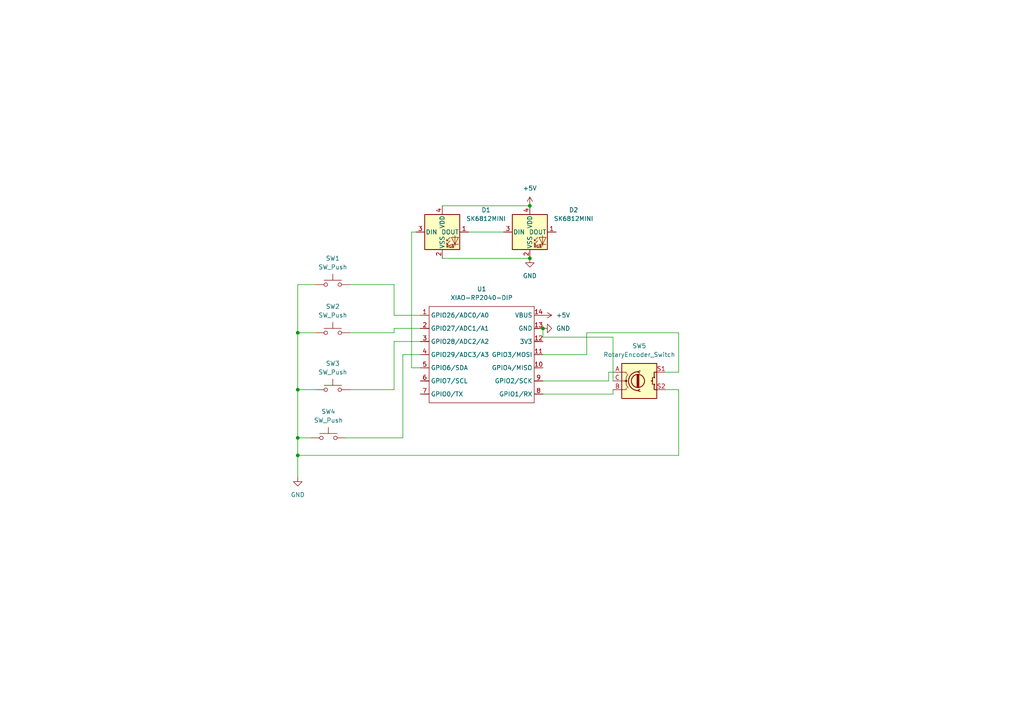
<source format=kicad_sch>
(kicad_sch (version 20250114) (generator "eeschema") (generator_version "9.0")
  (paper "A4")
  (lib_symbols
    (symbol "Device:RotaryEncoder_Switch" (pin_names (offset 0.254) (hide yes))
      (property "Reference" "SW" (at 0 6.604 0))
      (property "Value" "RotaryEncoder_Switch" (at 0 -6.604 0))
      (symbol "RotaryEncoder_Switch_0_1"
        (rectangle (start -5.08 5.08) (end 5.08 -5.08) (stroke (width 0.254)) (fill (type background)))
        (polyline (pts (xy -5.08 2.54) (xy -3.81 2.54) (xy -3.81 2.032)))
        (polyline (pts (xy -5.08 0) (xy -3.81 0) (xy -3.81 -1.016) (xy -3.302 -2.032)))
        (polyline (pts (xy -5.08 -2.54) (xy -3.81 -2.54) (xy -3.81 -2.032)))
        (polyline (pts (xy -4.318 0) (xy -3.81 0) (xy -3.81 1.016) (xy -3.302 2.032)))
        (circle (center -3.81 0) (radius 0.254) (fill (type outline)))
        (polyline (pts (xy -0.635 -1.778) (xy -0.635 1.778)) (stroke (width 0.254)))
        (circle (center -0.381 0) (radius 1.905) (stroke (width 0.254)))
        (polyline (pts (xy -0.381 -1.778) (xy -0.381 1.778)) (stroke (width 0.254)))
        (arc (start -0.381 -2.794) (mid -3.0988 -0.0635) (end -0.381 2.667) (stroke (width 0.254)))
        (polyline (pts (xy -0.127 1.778) (xy -0.127 -1.778)) (stroke (width 0.254)))
        (polyline (pts (xy 0.254 2.921) (xy -0.508 2.667) (xy 0.127 2.286)) (stroke (width 0.254)))
        (polyline (pts (xy 0.254 -3.048) (xy -0.508 -2.794) (xy 0.127 -2.413)) (stroke (width 0.254)))
        (polyline (pts (xy 3.81 1.016) (xy 3.81 -1.016)) (stroke (width 0.254)))
        (polyline (pts (xy 3.81 0) (xy 3.429 0)) (stroke (width 0.254)))
        (circle (center 4.318 1.016) (radius 0.127) (stroke (width 0.254)))
        (circle (center 4.318 -1.016) (radius 0.127) (stroke (width 0.254)))
        (polyline (pts (xy 5.08 2.54) (xy 4.318 2.54) (xy 4.318 1.016)) (stroke (width 0.254)))
        (polyline (pts (xy 5.08 -2.54) (xy 4.318 -2.54) (xy 4.318 -1.016)) (stroke (width 0.254)))
      )
      (symbol "RotaryEncoder_Switch_1_1"
        (pin passive line (at -7.62 2.54 0) (length 2.54) (name "A") (number "A"))
        (pin passive line (at -7.62 0 0) (length 2.54) (name "C") (number "C"))
        (pin passive line (at -7.62 -2.54 0) (length 2.54) (name "B") (number "B"))
        (pin passive line (at 7.62 2.54 180) (length 2.54) (name "S1") (number "S1"))
        (pin passive line (at 7.62 -2.54 180) (length 2.54) (name "S2") (number "S2"))
      )
    )
    (symbol "LED:SK6812MINI" (pin_names (offset 0.254))
      (property "Reference" "D" (at 5.08 5.715 0))
      (property "Value" "SK6812MINI" (at 1.27 -5.715 0))
      (symbol "SK6812MINI_0_0"
        (text "RGB" (at 2.286 -4.191 0) (effects (font (size 0.762 0.762))))
      )
      (symbol "SK6812MINI_0_1"
        (polyline (pts (xy 1.27 -2.54) (xy 1.778 -2.54)))
        (polyline (pts (xy 1.27 -3.556) (xy 1.778 -3.556)))
        (polyline (pts (xy 2.286 -1.524) (xy 1.27 -2.54) (xy 1.27 -2.032)))
        (polyline (pts (xy 2.286 -2.54) (xy 1.27 -3.556) (xy 1.27 -3.048)))
        (polyline (pts (xy 3.683 -1.016) (xy 3.683 -3.556) (xy 3.683 -4.064)))
        (polyline (pts (xy 4.699 -1.524) (xy 2.667 -1.524) (xy 3.683 -3.556) (xy 4.699 -1.524)))
        (polyline (pts (xy 4.699 -3.556) (xy 2.667 -3.556)))
        (rectangle (start 5.08 5.08) (end -5.08 -5.08) (stroke (width 0.254)) (fill (type background)))
      )
      (symbol "SK6812MINI_1_1"
        (pin input line (at -7.62 0 0) (length 2.54) (name "DIN") (number "3"))
        (pin power_in line (at 0 7.62 270) (length 2.54) (name "VDD") (number "4"))
        (pin power_in line (at 0 -7.62 90) (length 2.54) (name "VSS") (number "2"))
        (pin output line (at 7.62 0 180) (length 2.54) (name "DOUT") (number "1"))
      )
    )
    (symbol "OPL:XIAO-RP2040-DIP"
      (property "Reference" "U" (at 0 0 0))
      (property "Value" "XIAO-RP2040-DIP" (at 5.334 -1.778 0))
      (symbol "XIAO-RP2040-DIP_1_0"
        (polyline (pts (xy -1.27 -2.54) (xy 29.21 -2.54)) (stroke (width 0.1524)))
        (polyline (pts (xy -1.27 -5.08) (xy -2.54 -5.08)) (stroke (width 0.1524)))
        (polyline (pts (xy -1.27 -5.08) (xy -1.27 -2.54)) (stroke (width 0.1524)))
        (polyline (pts (xy -1.27 -8.89) (xy -2.54 -8.89)) (stroke (width 0.1524)))
        (polyline (pts (xy -1.27 -8.89) (xy -1.27 -5.08)) (stroke (width 0.1524)))
        (polyline (pts (xy -1.27 -12.7) (xy -2.54 -12.7)) (stroke (width 0.1524)))
        (polyline (pts (xy -1.27 -12.7) (xy -1.27 -8.89)) (stroke (width 0.1524)))
        (polyline (pts (xy -1.27 -16.51) (xy -2.54 -16.51)) (stroke (width 0.1524)))
        (polyline (pts (xy -1.27 -16.51) (xy -1.27 -12.7)) (stroke (width 0.1524)))
        (polyline (pts (xy -1.27 -20.32) (xy -2.54 -20.32)) (stroke (width 0.1524)))
        (polyline (pts (xy -1.27 -24.13) (xy -2.54 -24.13)) (stroke (width 0.1524)))
        (polyline (pts (xy -1.27 -27.94) (xy -2.54 -27.94)) (stroke (width 0.1524)))
        (polyline (pts (xy -1.27 -30.48) (xy -1.27 -16.51)) (stroke (width 0.1524)))
        (polyline (pts (xy 29.21 -2.54) (xy 29.21 -5.08)) (stroke (width 0.1524)))
        (polyline (pts (xy 29.21 -5.08) (xy 29.21 -8.89)) (stroke (width 0.1524)))
        (polyline (pts (xy 29.21 -8.89) (xy 29.21 -12.7)) (stroke (width 0.1524)))
        (polyline (pts (xy 29.21 -12.7) (xy 29.21 -30.48)) (stroke (width 0.1524)))
        (polyline (pts (xy 29.21 -30.48) (xy -1.27 -30.48)) (stroke (width 0.1524)))
        (polyline (pts (xy 30.48 -5.08) (xy 29.21 -5.08)) (stroke (width 0.1524)))
        (polyline (pts (xy 30.48 -8.89) (xy 29.21 -8.89)) (stroke (width 0.1524)))
        (polyline (pts (xy 30.48 -12.7) (xy 29.21 -12.7)) (stroke (width 0.1524)))
        (polyline (pts (xy 30.48 -16.51) (xy 29.21 -16.51)) (stroke (width 0.1524)))
        (polyline (pts (xy 30.48 -20.32) (xy 29.21 -20.32)) (stroke (width 0.1524)))
        (polyline (pts (xy 30.48 -24.13) (xy 29.21 -24.13)) (stroke (width 0.1524)))
        (polyline (pts (xy 30.48 -27.94) (xy 29.21 -27.94)) (stroke (width 0.1524)))
        (pin passive line (at -3.81 -5.08 0) (length 2.54) (name "GPIO26/ADC0/A0") (number "1"))
        (pin passive line (at -3.81 -8.89 0) (length 2.54) (name "GPIO27/ADC1/A1") (number "2"))
        (pin passive line (at -3.81 -12.7 0) (length 2.54) (name "GPIO28/ADC2/A2") (number "3"))
        (pin passive line (at -3.81 -16.51 0) (length 2.54) (name "GPIO29/ADC3/A3") (number "4"))
        (pin passive line (at -3.81 -20.32 0) (length 2.54) (name "GPIO6/SDA") (number "5"))
        (pin passive line (at -3.81 -24.13 0) (length 2.54) (name "GPIO7/SCL") (number "6"))
        (pin passive line (at -3.81 -27.94 0) (length 2.54) (name "GPIO0/TX") (number "7"))
        (pin passive line (at 31.75 -5.08 180) (length 2.54) (name "VBUS") (number "14"))
        (pin passive line (at 31.75 -8.89 180) (length 2.54) (name "GND") (number "13"))
        (pin passive line (at 31.75 -12.7 180) (length 2.54) (name "3V3") (number "12"))
        (pin passive line (at 31.75 -16.51 180) (length 2.54) (name "GPIO3/MOSI") (number "11"))
        (pin passive line (at 31.75 -20.32 180) (length 2.54) (name "GPIO4/MISO") (number "10"))
        (pin passive line (at 31.75 -24.13 180) (length 2.54) (name "GPIO2/SCK") (number "9"))
        (pin passive line (at 31.75 -27.94 180) (length 2.54) (name "GPIO1/RX") (number "8"))
      )
    )
    (symbol "Switch:SW_Push" (pin_numbers (hide yes)) (pin_names (offset 1.016) (hide yes))
      (property "Reference" "SW" (at 1.27 2.54 0))
      (property "Value" "SW_Push" (at 0 -1.524 0))
      (symbol "SW_Push_0_1"
        (circle (center -2.032 0) (radius 0.508))
        (polyline (pts (xy 0 1.27) (xy 0 3.048)))
        (circle (center 2.032 0) (radius 0.508))
        (polyline (pts (xy 2.54 1.27) (xy -2.54 1.27)))
        (pin passive line (at -5.08 0 0) (length 2.54) (name "1") (number "1"))
        (pin passive line (at 5.08 0 180) (length 2.54) (name "2") (number "2"))
      )
    )
    (symbol "power:+5V" (power) (pin_numbers (hide yes)) (pin_names (offset 0) (hide yes))
      (property "Value" "+5V" (at 0 3.556 0))
      (symbol "+5V_0_1"
        (polyline (pts (xy -0.762 1.27) (xy 0 2.54)))
        (polyline (pts (xy 0 2.54) (xy 0.762 1.27)))
        (polyline (pts (xy 0 0) (xy 0 2.54)))
      )
      (symbol "+5V_1_1"
        (pin power_in line (at 0 0 90) (length 0) (name "~") (number "1"))
      )
    )
    (symbol "power:GND" (power) (pin_numbers (hide yes)) (pin_names (offset 0) (hide yes))
      (property "Value" "GND" (at 0 -3.81 0))
      (symbol "GND_0_1"
        (polyline (pts (xy 0 0) (xy 0 -1.27) (xy 1.27 -1.27) (xy 0 -2.54) (xy -1.27 -1.27) (xy 0 -1.27)))
      )
      (symbol "GND_1_1"
        (pin power_in line (at 0 0 270) (length 0) (name "~") (number "1"))
      )
    )
  )
  (junction (at 86.36 96.52))
  (junction (at 153.67 59.69))
  (junction (at 86.36 127))
  (junction (at 86.36 113.03))
  (junction (at 157.48 95.25))
  (junction (at 86.36 132.08))
  (junction (at 153.67 74.93))
  (wire (pts (xy 135.89 67.31) (xy 146.05 67.31)))
  (wire (pts (xy 114.3 96.52) (xy 114.3 95.25)))
  (wire (pts (xy 101.6 82.55) (xy 114.3 82.55)))
  (wire (pts (xy 101.6 113.03) (xy 114.3 113.03)))
  (wire (pts (xy 86.36 113.03) (xy 86.36 127)))
  (wire (pts (xy 114.3 113.03) (xy 114.3 99.06)))
  (wire (pts (xy 119.38 106.68) (xy 121.92 106.68)))
  (wire (pts (xy 86.36 113.03) (xy 91.44 113.03)))
  (wire (pts (xy 114.3 99.06) (xy 121.92 99.06)))
  (wire (pts (xy 176.53 107.95) (xy 176.53 110.49)))
  (wire (pts (xy 114.3 91.44) (xy 121.92 91.44)))
  (wire (pts (xy 114.3 82.55) (xy 114.3 91.44)))
  (wire (pts (xy 116.84 102.87) (xy 121.92 102.87)))
  (wire (pts (xy 86.36 96.52) (xy 91.44 96.52)))
  (wire (pts (xy 91.44 82.55) (xy 86.36 82.55)))
  (wire (pts (xy 86.36 96.52) (xy 86.36 113.03)))
  (wire (pts (xy 120.65 67.31) (xy 119.38 67.31)))
  (wire (pts (xy 86.36 132.08) (xy 196.85 132.08)))
  (wire (pts (xy 86.36 127) (xy 90.17 127)))
  (wire (pts (xy 177.8 97.79) (xy 177.8 110.49)))
  (wire (pts (xy 177.8 113.03) (xy 177.8 114.3)))
  (wire (pts (xy 177.8 107.95) (xy 176.53 107.95)))
  (wire (pts (xy 196.85 107.95) (xy 193.04 107.95)))
  (wire (pts (xy 170.18 102.87) (xy 170.18 96.52)))
  (wire (pts (xy 101.6 96.52) (xy 114.3 96.52)))
  (wire (pts (xy 119.38 67.31) (xy 119.38 106.68)))
  (wire (pts (xy 128.27 59.69) (xy 153.67 59.69)))
  (wire (pts (xy 170.18 96.52) (xy 196.85 96.52)))
  (wire (pts (xy 86.36 127) (xy 86.36 132.08)))
  (wire (pts (xy 157.48 97.79) (xy 157.48 95.25)))
  (wire (pts (xy 86.36 132.08) (xy 86.36 138.43)))
  (wire (pts (xy 86.36 82.55) (xy 86.36 96.52)))
  (wire (pts (xy 196.85 113.03) (xy 196.85 132.08)))
  (wire (pts (xy 128.27 74.93) (xy 153.67 74.93)))
  (wire (pts (xy 196.85 96.52) (xy 196.85 107.95)))
  (wire (pts (xy 193.04 113.03) (xy 196.85 113.03)))
  (wire (pts (xy 100.33 127) (xy 116.84 127)))
  (wire (pts (xy 176.53 110.49) (xy 157.48 110.49)))
  (wire (pts (xy 157.48 114.3) (xy 177.8 114.3)))
  (wire (pts (xy 177.8 97.79) (xy 157.48 97.79)))
  (wire (pts (xy 114.3 95.25) (xy 121.92 95.25)))
  (wire (pts (xy 157.48 102.87) (xy 170.18 102.87)))
  (wire (pts (xy 116.84 127) (xy 116.84 102.87)))
  (symbol (lib_id "power:+5V") (at 157.48 91.44 270) (unit 1)
    (property "Reference" "#PWR03" (effects (hide yes)))
    (property "Value" "+5V" (at 161.29 91.4399 90) (effects (justify left)))
    (property "Description" "Power symbol creates a global label with name \"+5V\"" (effects (hide yes)))
  )
  (symbol (lib_id "LED:SK6812MINI") (at 128.27 67.31 0) (unit 1)
    (property "Reference" "D1" (at 140.97 60.8898 0))
    (property "Value" "SK6812MINI" (at 140.97 63.4298 0))
    (property "Footprint" "LED_SMD:LED_SK6812MINI_PLCC4_3.5x3.5mm_P1.75mm" (effects (hide yes)))
    (property "Datasheet" "https://cdn-shop.adafruit.com/product-files/2686/SK6812MINI_REV.01-1-2.pdf" (effects (hide yes)))
    (property "Description" "RGB LED with integrated controller" (effects (hide yes)))
  )
  (symbol (lib_id "Switch:SW_Push") (at 96.52 82.55 0) (unit 1)
    (property "Reference" "SW1" (at 96.52 74.93 0))
    (property "Value" "SW_Push" (at 96.52 77.47 0))
    (property "Footprint" "Button_Switch_Keyboard:SW_Cherry_MX_1.00u_PCB" (effects (hide yes)))
    (property "Description" "Push button switch, generic, two pins" (effects (hide yes)))
  )
  (symbol (lib_id "Switch:SW_Push") (at 96.52 113.03 0) (unit 1)
    (property "Reference" "SW3" (at 96.52 105.41 0))
    (property "Value" "SW_Push" (at 96.52 107.95 0))
    (property "Footprint" "Button_Switch_Keyboard:SW_Cherry_MX_1.00u_PCB" (effects (hide yes)))
    (property "Description" "Push button switch, generic, two pins" (effects (hide yes)))
  )
  (symbol (lib_id "power:GND") (at 157.48 95.25 90) (unit 1)
    (property "Reference" "#PWR02" (effects (hide yes)))
    (property "Value" "GND" (at 161.29 95.2499 90) (effects (justify right)))
    (property "Description" "Power symbol creates a global label with name \"GND\" , ground" (effects (hide yes)))
  )
  (symbol (lib_id "Switch:SW_Push") (at 96.52 96.52 0) (unit 1)
    (property "Reference" "SW2" (at 96.52 88.9 0))
    (property "Value" "SW_Push" (at 96.52 91.44 0))
    (property "Footprint" "Button_Switch_Keyboard:SW_Cherry_MX_1.00u_PCB" (effects (hide yes)))
    (property "Description" "Push button switch, generic, two pins" (effects (hide yes)))
  )
  (symbol (lib_id "Switch:SW_Push") (at 95.25 127 0) (unit 1)
    (property "Reference" "SW4" (at 95.25 119.38 0))
    (property "Value" "SW_Push" (at 95.25 121.92 0))
    (property "Footprint" "Button_Switch_Keyboard:SW_Cherry_MX_1.00u_PCB" (effects (hide yes)))
    (property "Description" "Push button switch, generic, two pins" (effects (hide yes)))
  )
  (symbol (lib_id "OPL:XIAO-RP2040-DIP") (at 125.73 86.36 0) (unit 1)
    (property "Reference" "U1" (at 139.7 83.82 0))
    (property "Value" "XIAO-RP2040-DIP" (at 139.7 86.36 0))
    (property "Footprint" "OPL:XIAO-RP2040-DIP" (effects (hide yes)))
  )
  (symbol (lib_id "LED:SK6812MINI") (at 153.67 67.31 0) (unit 1)
    (property "Reference" "D2" (at 166.37 60.8898 0))
    (property "Value" "SK6812MINI" (at 166.37 63.4298 0))
    (property "Footprint" "LED_SMD:LED_SK6812MINI_PLCC4_3.5x3.5mm_P1.75mm" (effects (hide yes)))
    (property "Datasheet" "https://cdn-shop.adafruit.com/product-files/2686/SK6812MINI_REV.01-1-2.pdf" (effects (hide yes)))
    (property "Description" "RGB LED with integrated controller" (effects (hide yes)))
  )
  (symbol (lib_id "power:GND") (at 153.67 74.93 0) (unit 1)
    (property "Reference" "#PWR05" (effects (hide yes)))
    (property "Value" "GND" (at 153.67 80.01 0))
    (property "Description" "Power symbol creates a global label with name \"GND\" , ground" (effects (hide yes)))
  )
  (symbol (lib_id "power:GND") (at 86.36 138.43 0) (unit 1)
    (property "Reference" "#PWR01" (effects (hide yes)))
    (property "Value" "GND" (at 86.36 143.51 0))
    (property "Description" "Power symbol creates a global label with name \"GND\" , ground" (effects (hide yes)))
  )
  (symbol (lib_id "Device:RotaryEncoder_Switch") (at 185.42 110.49 0) (unit 1)
    (property "Reference" "SW5" (at 185.42 100.33 0))
    (property "Value" "RotaryEncoder_Switch" (at 185.42 102.87 0))
    (property "Footprint" "Rotary_Encoder:RotaryEncoder_Alps_EC11E-Switch_Vertical_H20mm" (effects (hide yes)))
    (property "Description" "Rotary encoder, dual channel, incremental quadrate outputs, with switch" (effects (hide yes)))
  )
  (symbol (lib_id "power:+5V") (at 153.67 59.69 0) (unit 1)
    (property "Reference" "#PWR04" (effects (hide yes)))
    (property "Value" "+5V" (at 153.67 54.61 0))
    (property "Description" "Power symbol creates a global label with name \"+5V\"" (effects (hide yes)))
  )
)
</source>
